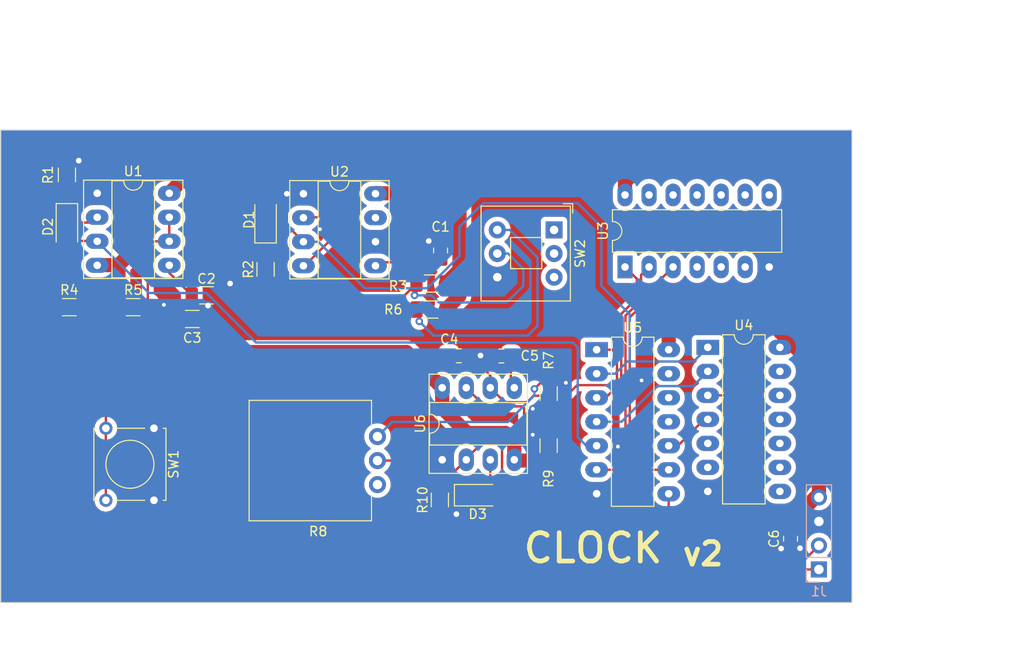
<source format=kicad_pcb>
(kicad_pcb (version 20221018) (generator pcbnew)
  (title_block (title "Clock") (date "2024-05-17") (rev "1"))
  (layers (0 "F.Cu" signal) (31 "B.Cu" signal) (34 "B.Paste" user) (35 "F.Paste" user) (36 "B.SilkS" user "B.Silkscreen") (37 "F.SilkS" user "F.Silkscreen") (38 "B.Mask" user) (39 "F.Mask" user) (44 "Edge.Cuts" user))
  (net 0 "")
  (net 1 "GND")
  (net 2 "Net-(U1-CONT)")
  (net 3 "Net-(U2-CONT)")
  (net 4 "Net-(U6-THRES)")
  (net 5 "Net-(U6-CONT)")
  (net 6 "Net-(D1-K)")
  (net 7 "/Clock Logic/Out")
  (net 8 "Net-(D2-K)")
  (net 9 "Net-(SW2-A)")
  (net 10 "Net-(D3-K)")
  (net 11 "Vcc")
  (net 12 "HLT")
  (net 13 "Net-(U1-DISCH)")
  (net 14 "Net-(U1-TRIG)")
  (net 15 "Net-(SW2-C)")
  (net 16 "Net-(U6-DISCH)")
  (net 18 "Net-(U4-Pad2)")
  (net 21 "Net-(U4-Pad4)")
  (net 27 "Net-(R7-Pad2)")
  (net 29 "Net-(U3-Pad1)")
  (net 30 "/Clock Selector/Clock 1")
  (net 31 "/Clock Selector/Clock 2")
  (net 32 "Net-(U3-Pad2)")
  (net 33 "Net-(U3-Pad3)")
  (net 43 "Clock")
  (footprint "DIP Socket:DIP-8_W7.62mm_Socket_LongPads" (layer "F.Cu") (at 164 84.75)
    (fp_text reference "U2" (at 3.81 -2.33) (layer "F.SilkS"))
    (fp_text value "~")
    (pad "1" thru_hole rect (at 0 0) (size 2.4 1.6) (drill 0.8) (layers "*.Cu" "*.Mask") (net 1 "GND"))
    (pad "2" thru_hole oval (at 0 2.54) (size 2.4 1.6) (drill 0.8) (layers "*.Cu" "*.Mask") (net 9 "Net-(SW2-A)"))
    (pad "3" thru_hole oval (at 0 5.08) (size 2.4 1.6) (drill 0.8) (layers "*.Cu" "*.Mask") (net 7 "/Clock Logic/Out"))
    (pad "4" thru_hole oval (at 0 7.62) (size 2.4 1.6) (drill 0.8) (layers "*.Cu" "*.Mask") (net 15 "Net-(SW2-C)"))
    (pad "5" thru_hole oval (at 7.62 7.62) (size 2.4 1.6) (drill 0.8) (layers "*.Cu" "*.Mask") (net 3 "Net-(U2-CONT)"))
    (pad "6" thru_hole oval (at 7.62 5.08) (size 2.4 1.6) (drill 0.8) (layers "*.Cu" "*.Mask") (net 1 "GND"))
    (pad "7" thru_hole oval (at 7.62 2.54) (size 2.4 1.6) (drill 0.8) (layers "*.Cu" "*.Mask"))
    (pad "8" thru_hole oval (at 7.62 0) (size 2.4 1.6) (drill 0.8) (layers "*.Cu" "*.Mask") (net 11 "Vcc"))
  )
  (footprint "Potentiometer_THT:Potentiometer_Vishay_248GJ-249GJ_Single_Vertical" (layer "F.Cu") (at 171.83 110.44 180)
    (fp_text reference "R8" (at 6.275 -10.04 180) (layer "F.SilkS"))
    (fp_text value "0-1M")
    (pad "1" thru_hole circle (at 0 0 180) (size 1.8 1.8) (drill 1) (layers "*.Cu" "*.Mask") (net 27 "Net-(R7-Pad2)"))
    (pad "2" thru_hole circle (at 0 -2.54 180) (size 1.8 1.8) (drill 1) (layers "*.Cu" "*.Mask") (net 4 "Net-(U6-THRES)"))
    (pad "3" thru_hole circle (at 0 -5.08 180) (size 1.8 1.8) (drill 1) (layers "*.Cu" "*.Mask"))
  )
  (footprint "DIP Socket:DIP-8_W7.62mm_Socket_LongPads" (layer "F.Cu") (at 142.2 84.7)
    (fp_text reference "U1" (at 3.81 -2.33) (layer "F.SilkS"))
    (fp_text value "~")
    (pad "1" thru_hole rect (at 0 0) (size 2.4 1.6) (drill 0.8) (layers "*.Cu" "*.Mask") (net 1 "GND"))
    (pad "2" thru_hole oval (at 0 2.54) (size 2.4 1.6) (drill 0.8) (layers "*.Cu" "*.Mask") (net 14 "Net-(U1-TRIG)"))
    (pad "3" thru_hole oval (at 0 5.08) (size 2.4 1.6) (drill 0.8) (layers "*.Cu" "*.Mask") (net 31 "/Clock Selector/Clock 2"))
    (pad "4" thru_hole oval (at 0 7.62) (size 2.4 1.6) (drill 0.8) (layers "*.Cu" "*.Mask") (net 11 "Vcc"))
    (pad "5" thru_hole oval (at 7.62 7.62) (size 2.4 1.6) (drill 0.8) (layers "*.Cu" "*.Mask") (net 2 "Net-(U1-CONT)"))
    (pad "6" thru_hole oval (at 7.62 5.08) (size 2.4 1.6) (drill 0.8) (layers "*.Cu" "*.Mask") (net 13 "Net-(U1-DISCH)"))
    (pad "7" thru_hole oval (at 7.62 2.54) (size 2.4 1.6) (drill 0.8) (layers "*.Cu" "*.Mask") (net 13 "Net-(U1-DISCH)"))
    (pad "8" thru_hole oval (at 7.62 0) (size 2.4 1.6) (drill 0.8) (layers "*.Cu" "*.Mask") (net 11 "Vcc"))
  )
  (footprint "Capacitor_SMD:C_0805_2012Metric_Pad1.18x1.45mm_HandSolder" (layer "F.Cu") (at 184.925 101.915)
    (fp_text reference "C5" (at 3 -0.02 180) (layer "F.SilkS"))
    (fp_text value "0.01u")
    (pad "1" smd roundrect (at -1.0375 0) (size 1.175 1.45) (layers "F.Cu" "F.Paste" "F.Mask") (roundrect_rratio 0.2127659574) (net 1 "GND"))
    (pad "2" smd roundrect (at 1.0375 0) (size 1.175 1.45) (layers "F.Cu" "F.Paste" "F.Mask") (roundrect_rratio 0.2127659574) (net 5 "Net-(U6-CONT)"))
  )
  (footprint "DIP Socket:DIP-14_W7.62mm_LongPads" (layer "F.Cu") (at 195 101.25)
    (fp_text reference "U5" (at 3.81 -2.33) (layer "F.SilkS"))
    (fp_text value "74LS08")
    (pad "1" thru_hole rect (at 0 0) (size 2.4 1.6) (drill 0.8) (layers "*.Cu" "*.Mask") (net 30 "/Clock Selector/Clock 1"))
    (pad "2" thru_hole oval (at 0 2.54) (size 2.4 1.6) (drill 0.8) (layers "*.Cu" "*.Mask") (net 7 "/Clock Logic/Out"))
    (pad "3" thru_hole oval (at 0 5.08) (size 2.4 1.6) (drill 0.8) (layers "*.Cu" "*.Mask") (net 29 "Net-(U3-Pad1)"))
    (pad "4" thru_hole oval (at 0 7.62) (size 2.4 1.6) (drill 0.8) (layers "*.Cu" "*.Mask") (net 18 "Net-(U4-Pad2)"))
    (pad "5" thru_hole oval (at 0 10.16) (size 2.4 1.6) (drill 0.8) (layers "*.Cu" "*.Mask") (net 31 "/Clock Selector/Clock 2"))
    (pad "6" thru_hole oval (at 0 12.7) (size 2.4 1.6) (drill 0.8) (layers "*.Cu" "*.Mask") (net 32 "Net-(U3-Pad2)"))
    (pad "7" thru_hole oval (at 0 15.24) (size 2.4 1.6) (drill 0.8) (layers "*.Cu" "*.Mask") (net 1 "GND"))
    (pad "8" thru_hole oval (at 7.62 15.24) (size 2.4 1.6) (drill 0.8) (layers "*.Cu" "*.Mask") (net 43 "Clock"))
    (pad "9" thru_hole oval (at 7.62 12.7) (size 2.4 1.6) (drill 0.8) (layers "*.Cu" "*.Mask") (net 33 "Net-(U3-Pad3)"))
    (pad "10" thru_hole oval (at 7.62 10.16) (size 2.4 1.6) (drill 0.8) (layers "*.Cu" "*.Mask") (net 21 "Net-(U4-Pad4)"))
    (pad "11" thru_hole oval (at 7.62 7.62) (size 2.4 1.6) (drill 0.8) (layers "*.Cu" "*.Mask"))
    (pad "12" thru_hole oval (at 7.62 5.08) (size 2.4 1.6) (drill 0.8) (layers "*.Cu" "*.Mask"))
    (pad "13" thru_hole oval (at 7.62 2.54) (size 2.4 1.6) (drill 0.8) (layers "*.Cu" "*.Mask"))
    (pad "14" thru_hole oval (at 7.62 0) (size 2.4 1.6) (drill 0.8) (layers "*.Cu" "*.Mask") (net 11 "Vcc"))
  )
  (footprint "Resistor_SMD:R_1206_3216Metric_Pad1.30x1.75mm_HandSolder" (layer "F.Cu") (at 153.75 95.5 180)
    (fp_text reference "C2" (at 0 1.75) (layer "F.SilkS"))
    (fp_text value "0.01u")
    (pad "1" smd roundrect (at -1.55 0 180) (size 1.3 1.75) (layers "F.Cu" "F.Paste" "F.Mask") (roundrect_rratio 0.1923076923) (net 1 "GND"))
    (pad "2" smd roundrect (at 1.55 0 180) (size 1.3 1.75) (layers "F.Cu" "F.Paste" "F.Mask") (roundrect_rratio 0.1923076923) (net 2 "Net-(U1-CONT)"))
  )
  (footprint "Resistor_SMD:R_1206_3216Metric_Pad1.30x1.75mm_HandSolder" (layer "F.Cu") (at 160 92.75 90)
    (fp_text reference "R2" (at 0 -1.82 90) (layer "F.SilkS"))
    (fp_text value "220")
    (pad "1" smd roundrect (at -1.55 0 90) (size 1.3 1.75) (layers "F.Cu" "F.Paste" "F.Mask") (roundrect_rratio 0.1923076923) (net 1 "GND"))
    (pad "2" smd roundrect (at 1.55 0 90) (size 1.3 1.75) (layers "F.Cu" "F.Paste" "F.Mask") (roundrect_rratio 0.1923076923) (net 6 "Net-(D1-K)"))
  )
  (footprint "Resistor_SMD:R_1206_3216Metric_Pad1.30x1.75mm_HandSolder" (layer "F.Cu") (at 146 96.75)
    (fp_text reference "R5" (at 0 -1.82) (layer "F.SilkS"))
    (fp_text value "1M")
    (pad "1" smd roundrect (at -1.55 0) (size 1.3 1.75) (layers "F.Cu" "F.Paste" "F.Mask") (roundrect_rratio 0.1923076923) (net 11 "Vcc"))
    (pad "2" smd roundrect (at 1.55 0) (size 1.3 1.75) (layers "F.Cu" "F.Paste" "F.Mask") (roundrect_rratio 0.1923076923) (net 13 "Net-(U1-DISCH)"))
  )
  (footprint "Resistor_SMD:R_1206_3216Metric_Pad1.30x1.75mm_HandSolder" (layer "F.Cu") (at 189.925 105.895 90)
    (fp_text reference "R7" (at 3.5 0 90) (layer "F.SilkS"))
    (fp_text value "1k")
    (pad "1" smd roundrect (at -1.55 0 90) (size 1.3 1.75) (layers "F.Cu" "F.Paste" "F.Mask") (roundrect_rratio 0.1923076923) (net 16 "Net-(U6-DISCH)"))
    (pad "2" smd roundrect (at 1.55 0 90) (size 1.3 1.75) (layers "F.Cu" "F.Paste" "F.Mask") (roundrect_rratio 0.1923076923) (net 27 "Net-(R7-Pad2)"))
  )
  (footprint "Capacitor_SMD:C_0805_2012Metric_Pad1.18x1.45mm_HandSolder" (layer "F.Cu") (at 180.425 101.895 180)
    (fp_text reference "C4" (at 1 1.75) (layer "F.SilkS"))
    (fp_text value "1u")
    (pad "1" smd roundrect (at -1.0375 0 180) (size 1.175 1.45) (layers "F.Cu" "F.Paste" "F.Mask") (roundrect_rratio 0.2127659574) (net 1 "GND"))
    (pad "2" smd roundrect (at 1.0375 0 180) (size 1.175 1.45) (layers "F.Cu" "F.Paste" "F.Mask") (roundrect_rratio 0.2127659574) (net 4 "Net-(U6-THRES)"))
  )
  (footprint "LED_SMD:LED_1206_3216Metric_Pad1.42x1.75mm_HandSolder" (layer "F.Cu") (at 182.425 116.645)
    (fp_text reference "D3" (at 0 2) (layer "F.SilkS"))
    (fp_text value "LED")
    (pad "1" smd roundrect (at -1.4875 0) (size 1.425 1.75) (layers "F.Cu" "F.Paste" "F.Mask") (roundrect_rratio 0.1754392982) (net 10 "Net-(D3-K)"))
    (pad "2" smd roundrect (at 1.4875 0) (size 1.425 1.75) (layers "F.Cu" "F.Paste" "F.Mask") (roundrect_rratio 0.1754392982) (net 30 "/Clock Selector/Clock 1"))
  )
  (footprint "Resistor_SMD:R_1206_3216Metric_Pad1.30x1.75mm_HandSolder" (layer "F.Cu") (at 152.25 98 180)
    (fp_text reference "C3" (at 0 -2) (layer "F.SilkS"))
    (fp_text value "0.1u")
    (pad "1" smd roundrect (at -1.55 0 180) (size 1.3 1.75) (layers "F.Cu" "F.Paste" "F.Mask") (roundrect_rratio 0.1923076923) (net 1 "GND"))
    (pad "2" smd roundrect (at 1.55 0 180) (size 1.3 1.75) (layers "F.Cu" "F.Paste" "F.Mask") (roundrect_rratio 0.1923076923) (net 13 "Net-(U1-DISCH)"))
  )
  (footprint "LED_SMD:LED_1206_3216Metric_Pad1.42x1.75mm_HandSolder" (layer "F.Cu") (at 139 88.25 -90)
    (fp_text reference "D2" (at 0 2 90) (layer "F.SilkS"))
    (fp_text value "LED")
    (pad "1" smd roundrect (at -1.4875 0 270) (size 1.425 1.75) (layers "F.Cu" "F.Paste" "F.Mask") (roundrect_rratio 0.1754392982) (net 8 "Net-(D2-K)"))
    (pad "2" smd roundrect (at 1.4875 0 270) (size 1.425 1.75) (layers "F.Cu" "F.Paste" "F.Mask") (roundrect_rratio 0.1754392982) (net 31 "/Clock Selector/Clock 2"))
  )
  (footprint "DIP Socket:DIP-8_W7.62mm_Socket_LongPads" (layer "F.Cu") (at 178.675 112.895 90)
    (fp_text reference "U6" (at 3.81 -2.33 90) (layer "F.SilkS"))
    (fp_text value "~")
    (pad "1" thru_hole rect (at 0 0 90) (size 2.4 1.6) (drill 0.8) (layers "*.Cu" "*.Mask") (net 1 "GND"))
    (pad "2" thru_hole oval (at 0 2.54 90) (size 2.4 1.6) (drill 0.8) (layers "*.Cu" "*.Mask") (net 4 "Net-(U6-THRES)"))
    (pad "3" thru_hole oval (at 0 5.08 90) (size 2.4 1.6) (drill 0.8) (layers "*.Cu" "*.Mask") (net 30 "/Clock Selector/Clock 1"))
    (pad "4" thru_hole oval (at 0 7.62 90) (size 2.4 1.6) (drill 0.8) (layers "*.Cu" "*.Mask") (net 11 "Vcc"))
    (pad "5" thru_hole oval (at 7.62 7.62 90) (size 2.4 1.6) (drill 0.8) (layers "*.Cu" "*.Mask") (net 5 "Net-(U6-CONT)"))
    (pad "6" thru_hole oval (at 7.62 5.08 90) (size 2.4 1.6) (drill 0.8) (layers "*.Cu" "*.Mask") (net 4 "Net-(U6-THRES)"))
    (pad "7" thru_hole oval (at 7.62 2.54 90) (size 2.4 1.6) (drill 0.8) (layers "*.Cu" "*.Mask") (net 16 "Net-(U6-DISCH)"))
    (pad "8" thru_hole oval (at 7.62 0 90) (size 2.4 1.6) (drill 0.8) (layers "*.Cu" "*.Mask") (net 11 "Vcc"))
  )
  (footprint "Resistor_SMD:R_1206_3216Metric_Pad1.30x1.75mm_HandSolder" (layer "F.Cu") (at 139 82.75 -90)
    (fp_text reference "R1" (at 0 2 90) (layer "F.SilkS"))
    (fp_text value "220")
    (pad "1" smd roundrect (at -1.55 0 270) (size 1.3 1.75) (layers "F.Cu" "F.Paste" "F.Mask") (roundrect_rratio 0.1923076923) (net 1 "GND"))
    (pad "2" smd roundrect (at 1.55 0 270) (size 1.3 1.75) (layers "F.Cu" "F.Paste" "F.Mask") (roundrect_rratio 0.1923076923) (net 8 "Net-(D2-K)"))
  )
  (footprint "Capacitor_SMD:C_0805_2012Metric_Pad1.18x1.45mm_HandSolder" (layer "F.Cu") (at 215.5 121.25 -90)
    (fp_text reference "C6" (at 0 1.75 90) (layer "F.SilkS"))
    (fp_text value "0.1u")
    (pad "1" smd roundrect (at -1.0375 0 270) (size 1.175 1.45) (layers "F.Cu" "F.Paste" "F.Mask") (roundrect_rratio 0.2127659574) (net 11 "Vcc"))
    (pad "2" smd roundrect (at 1.0375 0 270) (size 1.175 1.45) (layers "F.Cu" "F.Paste" "F.Mask") (roundrect_rratio 0.2127659574) (net 1 "GND"))
  )
  (footprint "Resistor_SMD:R_1206_3216Metric_Pad1.30x1.75mm_HandSolder" (layer "F.Cu") (at 139.25 96.75)
    (fp_text reference "R4" (at 0 -1.82) (layer "F.SilkS"))
    (fp_text value "1k")
    (pad "1" smd roundrect (at -1.55 0) (size 1.3 1.75) (layers "F.Cu" "F.Paste" "F.Mask") (roundrect_rratio 0.1923076923) (net 14 "Net-(U1-TRIG)"))
    (pad "2" smd roundrect (at 1.55 0) (size 1.3 1.75) (layers "F.Cu" "F.Paste" "F.Mask") (roundrect_rratio 0.1923076923) (net 11 "Vcc"))
  )
  (footprint "Resistor_SMD:R_1206_3216Metric_Pad1.30x1.75mm_HandSolder" (layer "F.Cu") (at 177.5 97 180)
    (fp_text reference "R6" (at 4 0) (layer "F.SilkS"))
    (fp_text value "1k")
    (pad "1" smd roundrect (at -1.55 0 180) (size 1.3 1.75) (layers "F.Cu" "F.Paste" "F.Mask") (roundrect_rratio 0.1923076923) (net 11 "Vcc"))
    (pad "2" smd roundrect (at 1.55 0 180) (size 1.3 1.75) (layers "F.Cu" "F.Paste" "F.Mask") (roundrect_rratio 0.1923076923) (net 15 "Net-(SW2-C)"))
  )
  (footprint "Resistor_SMD:R_1206_3216Metric_Pad1.30x1.75mm_HandSolder" (layer "F.Cu") (at 189.925 111.395 90)
    (fp_text reference "R9" (at -3.5 0 90) (layer "F.SilkS"))
    (fp_text value "1k")
    (pad "1" smd roundrect (at -1.55 0 90) (size 1.3 1.75) (layers "F.Cu" "F.Paste" "F.Mask") (roundrect_rratio 0.1923076923) (net 11 "Vcc"))
    (pad "2" smd roundrect (at 1.55 0 90) (size 1.3 1.75) (layers "F.Cu" "F.Paste" "F.Mask") (roundrect_rratio 0.1923076923) (net 16 "Net-(U6-DISCH)"))
  )
  (footprint "LED_SMD:LED_1206_3216Metric_Pad1.42x1.75mm_HandSolder" (layer "F.Cu") (at 160 87.5 90)
    (fp_text reference "D1" (at 0 -1.75 90) (layer "F.SilkS"))
    (fp_text value "LED")
    (pad "1" smd roundrect (at -1.4875 0 90) (size 1.425 1.75) (layers "F.Cu" "F.Paste" "F.Mask") (roundrect_rratio 0.1754392982) (net 6 "Net-(D1-K)"))
    (pad "2" smd roundrect (at 1.4875 0 90) (size 1.425 1.75) (layers "F.Cu" "F.Paste" "F.Mask") (roundrect_rratio 0.1754392982) (net 7 "/Clock Logic/Out"))
  )
  (footprint "DIP Socket:DIP-14_W7.62mm_LongPads" (layer "F.Cu") (at 206.75 101)
    (fp_text reference "U4" (at 3.81 -2.33) (layer "F.SilkS"))
    (fp_text value "74LS04")
    (pad "1" thru_hole rect (at 0 0) (size 2.4 1.6) (drill 0.8) (layers "*.Cu" "*.Mask") (net 7 "/Clock Logic/Out"))
    (pad "2" thru_hole oval (at 0 2.54) (size 2.4 1.6) (drill 0.8) (layers "*.Cu" "*.Mask") (net 18 "Net-(U4-Pad2)"))
    (pad "3" thru_hole oval (at 0 5.08) (size 2.4 1.6) (drill 0.8) (layers "*.Cu" "*.Mask") (net 12 "HLT"))
    (pad "4" thru_hole oval (at 0 7.62) (size 2.4 1.6) (drill 0.8) (layers "*.Cu" "*.Mask") (net 21 "Net-(U4-Pad4)"))
    (pad "5" thru_hole oval (at 0 10.16) (size 2.4 1.6) (drill 0.8) (layers "*.Cu" "*.Mask"))
    (pad "6" thru_hole oval (at 0 12.7) (size 2.4 1.6) (drill 0.8) (layers "*.Cu" "*.Mask"))
    (pad "7" thru_hole oval (at 0 15.24) (size 2.4 1.6) (drill 0.8) (layers "*.Cu" "*.Mask") (net 1 "GND"))
    (pad "8" thru_hole oval (at 7.62 15.24) (size 2.4 1.6) (drill 0.8) (layers "*.Cu" "*.Mask"))
    (pad "9" thru_hole oval (at 7.62 12.7) (size 2.4 1.6) (drill 0.8) (layers "*.Cu" "*.Mask"))
    (pad "10" thru_hole oval (at 7.62 10.16) (size 2.4 1.6) (drill 0.8) (layers "*.Cu" "*.Mask"))
    (pad "11" thru_hole oval (at 7.62 7.62) (size 2.4 1.6) (drill 0.8) (layers "*.Cu" "*.Mask"))
    (pad "12" thru_hole oval (at 7.62 5.08) (size 2.4 1.6) (drill 0.8) (layers "*.Cu" "*.Mask"))
    (pad "13" thru_hole oval (at 7.62 2.54) (size 2.4 1.6) (drill 0.8) (layers "*.Cu" "*.Mask"))
    (pad "14" thru_hole oval (at 7.62 0) (size 2.4 1.6) (drill 0.8) (layers "*.Cu" "*.Mask") (net 11 "Vcc"))
  )
  (footprint "DIP Socket:DIP-14_W7.62mm_LongPads" (layer "F.Cu") (at 198 92.5 90)
    (fp_text reference "U3" (at 3.81 -2.33 90) (layer "F.SilkS"))
    (fp_text value "74LS32")
    (pad "1" thru_hole rect (at 0 0 90) (size 2.4 1.6) (drill 0.8) (layers "*.Cu" "*.Mask") (net 29 "Net-(U3-Pad1)"))
    (pad "2" thru_hole oval (at 0 2.54 90) (size 2.4 1.6) (drill 0.8) (layers "*.Cu" "*.Mask") (net 32 "Net-(U3-Pad2)"))
    (pad "3" thru_hole oval (at 0 5.08 90) (size 2.4 1.6) (drill 0.8) (layers "*.Cu" "*.Mask") (net 33 "Net-(U3-Pad3)"))
    (pad "4" thru_hole oval (at 0 7.62 90) (size 2.4 1.6) (drill 0.8) (layers "*.Cu" "*.Mask"))
    (pad "5" thru_hole oval (at 0 10.16 90) (size 2.4 1.6) (drill 0.8) (layers "*.Cu" "*.Mask"))
    (pad "6" thru_hole oval (at 0 12.7 90) (size 2.4 1.6) (drill 0.8) (layers "*.Cu" "*.Mask"))
    (pad "7" thru_hole oval (at 0 15.24 90) (size 2.4 1.6) (drill 0.8) (layers "*.Cu" "*.Mask") (net 1 "GND"))
    (pad "8" thru_hole oval (at 7.62 15.24 90) (size 2.4 1.6) (drill 0.8) (layers "*.Cu" "*.Mask"))
    (pad "9" thru_hole oval (at 7.62 12.7 90) (size 2.4 1.6) (drill 0.8) (layers "*.Cu" "*.Mask"))
    (pad "10" thru_hole oval (at 7.62 10.16 90) (size 2.4 1.6) (drill 0.8) (layers "*.Cu" "*.Mask"))
    (pad "11" thru_hole oval (at 7.62 7.62 90) (size 2.4 1.6) (drill 0.8) (layers "*.Cu" "*.Mask"))
    (pad "12" thru_hole oval (at 7.62 5.08 90) (size 2.4 1.6) (drill 0.8) (layers "*.Cu" "*.Mask"))
    (pad "13" thru_hole oval (at 7.62 2.54 90) (size 2.4 1.6) (drill 0.8) (layers "*.Cu" "*.Mask"))
    (pad "14" thru_hole oval (at 7.62 0 90) (size 2.4 1.6) (drill 0.8) (layers "*.Cu" "*.Mask") (net 11 "Vcc"))
  )
  (footprint "Button_Switch_THT:SW_Tactile_Straight_KSL0Axx1LFTR" (layer "F.Cu") (at 148.2 109.56 -90)
    (fp_text reference "SW1" (at 3.81 -2.08 -90) (layer "F.SilkS"))
    (fp_text value "SW_Push")
    (pad "1" thru_hole circle (at 0 0 270) (size 1.397 1.397) (drill 0.8128) (layers "*.Cu" "*.Mask") (net 1 "GND"))
    (pad "1" thru_hole circle (at 7.62 0 270) (size 1.397 1.397) (drill 0.8128) (layers "*.Cu" "*.Mask") (net 1 "GND"))
    (pad "2" thru_hole circle (at 0 5.08 270) (size 1.397 1.397) (drill 0.8128) (layers "*.Cu" "*.Mask") (net 14 "Net-(U1-TRIG)"))
    (pad "2" thru_hole circle (at 7.62 5.08 270) (size 1.397 1.397) (drill 0.8128) (layers "*.Cu" "*.Mask") (net 14 "Net-(U1-TRIG)"))
  )
  (footprint "Resistor_SMD:R_1206_3216Metric_Pad1.30x1.75mm_HandSolder" (layer "F.Cu") (at 178.425 117.145 90)
    (fp_text reference "R10" (at 0 -1.82 90) (layer "F.SilkS"))
    (fp_text value "220")
    (pad "1" smd roundrect (at -1.55 0 90) (size 1.3 1.75) (layers "F.Cu" "F.Paste" "F.Mask") (roundrect_rratio 0.1923076923) (net 1 "GND"))
    (pad "2" smd roundrect (at 1.55 0 90) (size 1.3 1.75) (layers "F.Cu" "F.Paste" "F.Mask") (roundrect_rratio 0.1923076923) (net 10 "Net-(D3-K)"))
  )
  (footprint "Capacitor_SMD:C_0805_2012Metric_Pad1.18x1.45mm_HandSolder" (layer "F.Cu") (at 178.5 90.75 -90)
    (fp_text reference "C1" (at -2.5 0 -180) (layer "F.SilkS"))
    (fp_text value "0.01u")
    (pad "1" smd roundrect (at -1.0375 0 270) (size 1.175 1.45) (layers "F.Cu" "F.Paste" "F.Mask") (roundrect_rratio 0.2127659574) (net 1 "GND"))
    (pad "2" smd roundrect (at 1.0375 0 270) (size 1.175 1.45) (layers "F.Cu" "F.Paste" "F.Mask") (roundrect_rratio 0.2127659574) (net 3 "Net-(U2-CONT)"))
  )
  (footprint "Button_Switch_THT:SW_Push_2P2T_Toggle_CK_PVA2xxH1xxxxxxV2" (layer "F.Cu") (at 190.5 88.5775 -90)
    (fp_text reference "SW2" (at 2.5 -2.75 90) (layer "F.SilkS"))
    (fp_text value "SW_Push_SPDT")
    (pad "1" thru_hole rect (at 0 0 270) (size 1.8 1.8) (drill 0.9) (layers "*.Cu" "*.Mask"))
    (pad "2" thru_hole circle (at 2.5 0 270) (size 1.8 1.8) (drill 0.9) (layers "*.Cu" "*.Mask"))
    (pad "3" thru_hole circle (at 5 0 270) (size 1.8 1.8) (drill 0.9) (layers "*.Cu" "*.Mask"))
    (pad "4" thru_hole circle (at 0 6 270) (size 1.8 1.8) (drill 0.9) (layers "*.Cu" "*.Mask") (net 15 "Net-(SW2-C)"))
    (pad "5" thru_hole circle (at 2.5 6 270) (size 1.8 1.8) (drill 0.9) (layers "*.Cu" "*.Mask") (net 9 "Net-(SW2-A)"))
    (pad "6" thru_hole circle (at 5 6 270) (size 1.8 1.8) (drill 0.9) (layers "*.Cu" "*.Mask") (net 1 "GND"))
  )
  (footprint "Resistor_SMD:R_1206_3216Metric_Pad1.30x1.75mm_HandSolder" (layer "F.Cu") (at 177.5 94.25 180)
    (fp_text reference "R3" (at 3.5 -0.25) (layer "F.SilkS"))
    (fp_text value "1k")
    (pad "1" smd roundrect (at -1.55 0 180) (size 1.3 1.75) (layers "F.Cu" "F.Paste" "F.Mask") (roundrect_rratio 0.1923076923) (net 11 "Vcc"))
    (pad "2" smd roundrect (at 1.55 0 180) (size 1.3 1.75) (layers "F.Cu" "F.Paste" "F.Mask") (roundrect_rratio 0.1923076923) (net 9 "Net-(SW2-A)"))
  )
  (footprint "Connector_PinHeader_2.54mm:PinHeader_1x04_P2.54mm_Vertical" (layer "B.Cu") (at 218.5 124.5)
    (fp_text reference "J1" (at 0 2.33 180) (layer "B.SilkS") (effects (justify mirror)))
    (fp_text value "Conn_01x04")
    (pad "1" thru_hole rect (at 0 0) (size 1.7 1.7) (drill 1) (layers "*.Cu" "*.Mask") (net 43 "Clock"))
    (pad "2" thru_hole oval (at 0 -2.54) (size 1.7 1.7) (drill 1) (layers "*.Cu" "*.Mask") (net 12 "HLT"))
    (pad "3" thru_hole oval (at 0 -5.08) (size 1.7 1.7) (drill 1) (layers "*.Cu" "*.Mask") (net 1 "GND"))
    (pad "4" thru_hole oval (at 0 -7.62) (size 1.7 1.7) (drill 1) (layers "*.Cu" "*.Mask") (net 11 "Vcc"))
  )
  (gr_rect (start 132 78) (end 222 128) (stroke (width 0.1)) (fill none) (layer "Edge.Cuts"))
  (gr_text "CLOCK _{v2}" (at 187 124) (layer "F.SilkS") (effects (font (size 3 3) (thickness 0.5) bold) (justify left bottom)))
  (segment (start 153.91699 97.88301) (end 153.8 98) (width 1) (layer "F.Cu") (net 1))
  (segment (start 139 81.2) (end 140.2 81.2) (width 1) (layer "F.Cu") (net 1))
  (segment (start 156.25 94.25) (end 155.3 95.2) (width 1) (layer "F.Cu") (net 1))
  (segment (start 153.91699 96.58301) (end 153.91699 96.08301) (width 1) (layer "F.Cu") (net 1))
  (segment (start 215.5375 122.25) (end 215.5 122.2875) (width 1) (layer "F.Cu") (net 1))
  (segment (start 181.4825 101.915) (end 181.4625 101.895) (width 1) (layer "F.Cu") (net 1))
  (segment (start 178.4625 89.75) (end 178.5 89.7125) (width 1) (layer "F.Cu") (net 1))
  (segment (start 140.2 81.2) (end 140.25 81.25) (width 1) (layer "F.Cu") (net 1))
  (segment (start 177.25 89.75) (end 178.4625 89.75) (width 1) (layer "F.Cu") (net 1))
  (segment (start 171.67 89.78) (end 171.62 89.83) (width 1) (layer "F.Cu") (net 1))
  (segment (start 214.5 122.2875) (end 215.5 122.2875) (width 1) (layer "F.Cu") (net 1))
  (segment (start 164 84.75) (end 162.25 84.75) (width 1) (layer "F.Cu") (net 1))
  (segment (start 153.91699 96.08301) (end 154.5 95.5) (width 1) (layer "F.Cu") (net 1))
  (segment (start 216.5 122.25) (end 215.5375 122.25) (width 1) (layer "F.Cu") (net 1))
  (segment (start 159.95 94.25) (end 160 94.3) (width 1) (layer "F.Cu") (net 1))
  (segment (start 177.22 89.78) (end 171.67 89.78) (width 1) (layer "F.Cu") (net 1))
  (segment (start 156.25 94.25) (end 159.95 94.25) (width 1) (layer "F.Cu") (net 1))
  (segment (start 183.8875 101.915) (end 182.675 101.915) (width 1) (layer "F.Cu") (net 1))
  (segment (start 177.25 89.75) (end 177.22 89.78) (width 1) (layer "F.Cu") (net 1))
  (segment (start 154.5 95.5) (end 155.3 95.5) (width 1) (layer "F.Cu") (net 1))
  (segment (start 182.675 101.915) (end 181.4825 101.915) (width 1) (layer "F.Cu") (net 1))
  (segment (start 153.91699 96.58301) (end 153.91699 97.88301) (width 1) (layer "F.Cu") (net 1))
  (segment (start 178.425 118.695) (end 180.125 118.695) (width 1) (layer "F.Cu") (net 1))
  (segment (start 155.3 95.2) (end 155.3 95.5) (width 1) (layer "F.Cu") (net 1))
  (via (at 188.25 107.5) (size 0.8) (drill 0.4) (layers "F.Cu" "B.Cu") (net 1))
  (via (at 216.5 122.25) (size 1) (drill 0.6) (layers "F.Cu" "B.Cu") (net 1))
  (via (at 165.75 88.5) (size 0.8) (drill 0.4) (layers "F.Cu" "B.Cu") (net 1))
  (via (at 191.75 104.75) (size 0.8) (drill 0.4) (layers "F.Cu" "B.Cu") (net 1))
  (via (at 199.75 104.5) (size 0.8) (drill 0.4) (layers "F.Cu" "B.Cu") (net 1))
  (via (at 153.91699 96.58301) (size 1) (drill 0.6) (layers "F.Cu" "B.Cu") (net 1))
  (via (at 188.25 110.25) (size 0.8) (drill 0.4) (layers "F.Cu" "B.Cu") (net 1))
  (via (at 149.25 96.5) (size 0.8) (drill 0.4) (layers "F.Cu" "B.Cu") (net 1))
  (via (at 140.25 81.25) (size 1) (drill 0.6) (layers "F.Cu" "B.Cu") (net 1))
  (via (at 182.72301 101.86699) (size 1) (drill 0.6) (layers "F.Cu" "B.Cu") (net 1))
  (via (at 162.25 84.75) (size 1) (drill 0.6) (layers "F.Cu" "B.Cu") (net 1))
  (via (at 180.175 118.645) (size 1) (drill 0.6) (layers "F.Cu" "B.Cu") (net 1))
  (via (at 156.25 94.25) (size 1) (drill 0.6) (layers "F.Cu" "B.Cu") (net 1))
  (via (at 197.25 111.5) (size 0.8) (drill 0.4) (layers "F.Cu" "B.Cu") (net 1))
  (via (at 177.25 89.75) (size 1) (drill 0.6) (layers "F.Cu" "B.Cu") (net 1))
  (via (at 214.5 122.2875) (size 1) (drill 0.6) (layers "F.Cu" "B.Cu") (net 1))
  (segment (start 149.82 92.32) (end 149.82 93.12) (width 0.25) (layer "F.Cu") (net 2))
  (segment (start 149.82 93.12) (end 152.2 95.5) (width 0.25) (layer "F.Cu") (net 2))
  (segment (start 171.62 92.37) (end 171.99 92) (width 0.25) (layer "F.Cu") (net 3))
  (segment (start 178.2875 92) (end 178.5 91.7875) (width 0.25) (layer "F.Cu") (net 3))
  (segment (start 171.99 92) (end 178.2875 92) (width 0.25) (layer "F.Cu") (net 3))
  (segment (start 185 114.22) (end 185.675 114.895) (width 0.25) (layer "F.Cu") (net 4))
  (segment (start 191.175 106.605) (end 190.69 106.12) (width 0.25) (layer "F.Cu") (net 4))
  (segment (start 181.215 112.895) (end 181.215 112.785) (width 0.25) (layer "F.Cu") (net 4))
  (segment (start 182.859999 111.140001) (end 184.390001 111.140001) (width 0.25) (layer "F.Cu") (net 4))
  (segment (start 176.62 114.62) (end 179.49 114.62) (width 0.25) (layer "F.Cu") (net 4))
  (segment (start 183.175 103.395) (end 183.755 103.975) (width 0.25) (layer "F.Cu") (net 4))
  (segment (start 191.175 114.145) (end 191.175 106.605) (width 0.25) (layer "F.Cu") (net 4))
  (segment (start 184.390001 111.140001) (end 185 111.75) (width 0.25) (layer "F.Cu") (net 4))
  (segment (start 185 111.75) (end 185 114.22) (width 0.25) (layer "F.Cu") (net 4))
  (segment (start 190.425 114.895) (end 191.175 114.145) (width 0.25) (layer "F.Cu") (net 4))
  (segment (start 190.69 106.12) (end 188.325 106.12) (width 0.25) (layer "F.Cu") (net 4))
  (segment (start 181.215 112.785) (end 182.859999 111.140001) (width 0.25) (layer "F.Cu") (net 4))
  (segment (start 174.98 112.98) (end 176.62 114.62) (width 0.25) (layer "F.Cu") (net 4))
  (segment (start 179.3875 102.62625) (end 180.15625 103.395) (width 0.25) (layer "F.Cu") (net 4))
  (segment (start 187.645 106.8) (end 185.28 106.8) (width 0.25) (layer "F.Cu") (net 4))
  (segment (start 180.15625 103.395) (end 183.175 103.395) (width 0.25) (layer "F.Cu") (net 4))
  (segment (start 183.755 103.975) (end 183.755 105.275) (width 0.25) (layer "F.Cu") (net 4))
  (segment (start 171.83 112.98) (end 174.98 112.98) (width 0.25) (layer "F.Cu") (net 4))
  (segment (start 188.325 106.12) (end 187.645 106.8) (width 0.25) (layer "F.Cu") (net 4))
  (segment (start 185.675 114.895) (end 190.425 114.895) (width 0.25) (layer "F.Cu") (net 4))
  (segment (start 179.49 114.62) (end 181.215 112.895) (width 0.25) (layer "F.Cu") (net 4))
  (segment (start 179.3875 101.895) (end 179.3875 102.62625) (width 0.25) (layer "F.Cu") (net 4))
  (segment (start 185.28 106.8) (end 183.755 105.275) (width 0.25) (layer "F.Cu") (net 4))
  (segment (start 185.925 101.9525) (end 185.9625 101.915) (width 0.25) (layer "F.Cu") (net 5))
  (segment (start 185.925 104.905) (end 185.925 101.9525) (width 0.25) (layer "F.Cu") (net 5))
  (segment (start 186.295 105.275) (end 185.925 104.905) (width 0.25) (layer "F.Cu") (net 5))
  (segment (start 160.25 89.2375) (end 160 88.9875) (width 0.25) (layer "F.Cu") (net 6))
  (segment (start 160 91.2) (end 160.25 90.95) (width 0.25) (layer "F.Cu") (net 6))
  (segment (start 160.25 90.95) (end 160.25 89.2375) (width 0.25) (layer "F.Cu") (net 6))
  (segment (start 161.7625 86.0125) (end 162.25 86.5) (width 0.25) (layer "F.Cu") (net 7))
  (segment (start 160 86.0125) (end 161.7625 86.0125) (width 0.25) (layer "F.Cu") (net 7))
  (segment (start 162.25 88.08) (end 164 89.83) (width 0.25) (layer "F.Cu") (net 7))
  (segment (start 162.25 86.5) (end 162.25 88.08) (width 0.25) (layer "F.Cu") (net 7))
  (segment (start 162.92 89.83) (end 164 89.83) (width 0.25) (layer "F.Cu") (net 7))
  (segment (start 193 85.75) (end 195.5 88.25) (width 0.25) (layer "B.Cu") (net 7))
  (segment (start 177.075 94.75) (end 180.5 91.325) (width 0.25) (layer "B.Cu") (net 7))
  (segment (start 165.58 89.83) (end 170.5 94.75) (width 0.25) (layer "B.Cu") (net 7))
  (segment (start 183 85.75) (end 193 85.75) (width 0.25) (layer "B.Cu") (net 7))
  (segment (start 195.5 94.5) (end 198.5 97.5) (width 0.25) (layer "B.Cu") (net 7))
  (segment (start 170.5 94.75) (end 177.075 94.75) (width 0.25) (layer "B.Cu") (net 7))
  (segment (start 164 89.83) (end 165.58 89.83) (width 0.25) (layer "B.Cu") (net 7))
  (segment (start 180.5 91.325) (end 180.5 88.25) (width 0.25) (layer "B.Cu") (net 7))
  (segment (start 195.5 88.25) (end 195.5 94.5) (width 0.25) (layer "B.Cu") (net 7))
  (segment (start 198.25 102.5) (end 198.5 102.5) (width 0.25) (layer "B.Cu") (net 7))
  (segment (start 205.25 102.5) (end 206.75 101) (width 0.25) (layer "B.Cu") (net 7))
  (segment (start 180.5 88.25) (end 183 85.75) (width 0.25) (layer "B.Cu") (net 7))
  (segment (start 198.5 102.5) (end 205.25 102.5) (width 0.25) (layer "B.Cu") (net 7))
  (segment (start 198.5 97.5) (end 198.5 102.5) (width 0.25) (layer "B.Cu") (net 7))
  (segment (start 195 103.79) (end 196.96 103.79) (width 0.25) (layer "B.Cu") (net 7))
  (segment (start 196.96 103.79) (end 198.25 102.5) (width 0.25) (layer "B.Cu") (net 7))
  (segment (start 139 86.7625) (end 139 84.3) (width 0.25) (layer "F.Cu") (net 8))
  (segment (start 154.386396 92.75) (end 152.2 90.563604) (width 0.25) (layer "F.Cu") (net 9))
  (segment (start 163.863604 95.75) (end 161.65 93.536396) (width 0.25) (layer "F.Cu") (net 9))
  (segment (start 152.2 84.456676) (end 153.881676 82.775) (width 0.25) (layer "F.Cu") (net 9))
  (segment (start 166.25 86.5) (end 165.51 87.24) (width 0.25) (layer "F.Cu") (net 9))
  (segment (start 175.75 95.5) (end 175.95 95.3) (width 0.25) (layer "F.Cu") (net 9))
  (segment (start 161.65 93.536396) (end 161.65 93.468504) (width 0.25) (layer "F.Cu") (net 9))
  (segment (start 175.95 95.3) (end 175.95 94.25) (width 0.25) (layer "F.Cu") (net 9))
  (segment (start 175.95 94.25) (end 174.45 95.75) (width 0.25) (layer "F.Cu") (net 9))
  (segment (start 161.65 93.468504) (end 160.931496 92.75) (width 0.25) (layer "F.Cu") (net 9))
  (segment (start 164.05 87.24) (end 164 87.29) (width 0.25) (layer "F.Cu") (net 9))
  (segment (start 166.25 83.75) (end 166.25 86.5) (width 0.25) (layer "F.Cu") (net 9))
  (segment (start 165.275 82.775) (end 166.25 83.75) (width 0.25) (layer "F.Cu") (net 9))
  (segment (start 165.51 87.24) (end 164.05 87.24) (width 0.25) (layer "F.Cu") (net 9))
  (segment (start 160.931496 92.75) (end 154.386396 92.75) (width 0.25) (layer "F.Cu") (net 9))
  (segment (start 174.45 95.75) (end 163.863604 95.75) (width 0.25) (layer "F.Cu") (net 9))
  (segment (start 153.881676 82.775) (end 165.275 82.775) (width 0.25) (layer "F.Cu") (net 9))
  (segment (start 152.2 90.563604) (end 152.2 84.456676) (width 0.25) (layer "F.Cu") (net 9))
  (via (at 175.75 95.5) (size 0.8) (drill 0.4) (layers "F.Cu" "B.Cu") (net 9))
  (segment (start 185.631192 91.0775) (end 184.5 91.0775) (width 0.25) (layer "B.Cu") (net 9))
  (segment (start 177.561396 95.5) (end 178.311396 96.25) (width 0.25) (layer "B.Cu") (net 9))
  (segment (start 175.75 95.5) (end 177.561396 95.5) (width 0.25) (layer "B.Cu") (net 9))
  (segment (start 185.5 96.25) (end 187.25 94.5) (width 0.25) (layer "B.Cu") (net 9))
  (segment (start 178.311396 96.25) (end 185.5 96.25) (width 0.25) (layer "B.Cu") (net 9))
  (segment (start 187.25 94.5) (end 187.25 92.696308) (width 0.25) (layer "B.Cu") (net 9))
  (segment (start 187.25 92.696308) (end 185.631192 91.0775) (width 0.25) (layer "B.Cu") (net 9))
  (segment (start 180.9375 116.645) (end 179.475 116.645) (width 0.25) (layer "F.Cu") (net 10))
  (segment (start 179.475 116.645) (end 178.425 115.595) (width 0.25) (layer "F.Cu") (net 10))
  (segment (start 202.62 101.25) (end 202.62 98.74) (width 1.5) (layer "F.Cu") (net 11))
  (segment (start 189.895 112.975) (end 189.925 112.945) (width 1.5) (layer "F.Cu") (net 11))
  (segment (start 215 101) (end 214.37 101) (width 1.5) (layer "F.Cu") (net 11))
  (segment (start 215.5 119.5) (end 218.12 116.88) (width 1.5) (layer "F.Cu") (net 11))
  (segment (start 149.82 84.68) (end 149.82 84.7) (width 1.5) (layer "F.Cu") (net 11))
  (segment (start 145.25 91.5) (end 145.25 83.75) (width 1.5) (layer "F.Cu") (net 11))
  (segment (start 144.45 95.3) (end 144.45 95.25) (width 1.5) (layer "F.Cu") (net 11))
  (segment (start 144.45 92.3) (end 145.25 91.5) (width 1.5) (layer "F.Cu") (net 11))
  (segment (start 174.9 101.5) (end 178.675 105.275) (width 1.5) (layer "F.Cu") (net 11))
  (segment (start 180.5 92.2) (end 180.5 95.55) (width 1.5) (layer "F.Cu") (net 11))
  (segment (start 215.5 100.5) (end 215 101) (width 1.5) (layer "F.Cu") (net 11))
  (segment (start 186.375 112.975) (end 189.895 112.975) (width 1.5) (layer "F.Cu") (net 11))
  (segment (start 218.5 103.5) (end 215.5 100.5) (width 1.5) (layer "F.Cu") (net 11))
  (segment (start 177.25 81.25) (end 153.25 81.25) (width 1.5) (layer "F.Cu") (net 11))
  (segment (start 202.62 98.74) (end 203.86 97.5) (width 1.5) (layer "F.Cu") (net 11))
  (segment (start 198 84.88) (end 198 83.5) (width 1.5) (layer "F.Cu") (net 11))
  (segment (start 218.5 82.75) (end 218.5 103.5) (width 1.5) (layer "F.Cu") (net 11))
  (segment (start 215.5 120.2125) (end 215.5 119.5) (width 1.5) (layer "F.Cu") (net 11))
  (segment (start 145.25 83.75) (end 147.75 81.25) (width 1.5) (layer "F.Cu") (net 11))
  (segment (start 144.45 96.75) (end 144.45 92.3) (width 1.5) (layer "F.Cu") (net 11))
  (segment (start 180.5 92.8) (end 179.05 94.25) (width 1.5) (layer "F.Cu") (net 11))
  (segment (start 147.75 81.25) (end 153.25 81.25) (width 1.5) (layer "F.Cu") (net 11))
  (segment (start 171.67 84.7) (end 171.62 84.75) (width 1.5) (layer "F.Cu") (net 11))
  (segment (start 203.86 97.5) (end 212.5 97.5) (width 1.5) (layer "F.Cu") (net 11))
  (segment (start 141.472353 96.776513) (end 142.973487 96.776513) (width 1.5) (layer "F.Cu") (net 11))
  (segment (start 144.45 92.3) (end 142.22 92.3) (width 1.5) (layer "F.Cu") (net 11))
  (segment (start 144.45 100.91) (end 145.04 101.5) (width 1.5) (layer "F.Cu") (net 11))
  (segment (start 186.295 112.895) (end 186.375 112.975) (width 1.5) (layer "F.Cu") (net 11))
  (segment (start 145.04 101.5) (end 174.9 101.5) (width 1.5) (layer "F.Cu") (net 11))
  (segment (start 142.973487 96.776513) (end 144.45 95.3) (width 1.5) (layer "F.Cu") (net 11))
  (segment (start 212.5 97.5) (end 215.5 100.5) (width 1.5) (layer "F.Cu") (net 11))
  (segment (start 144.45 96.75) (end 144.45 100.91) (width 1.5) (layer "F.Cu") (net 11))
  (segment (start 186.295 112.895) (end 186.295 110.995) (width 1.5) (layer "F.Cu") (net 11))
  (segment (start 218.12 116.88) (end 218.5 116.88) (width 1.5) (layer "F.Cu") (net 11))
  (segment (start 180.5 95.55) (end 179.05 97) (width 1.5) (layer "F.Cu") (net 11))
  (segment (start 180.5 92.2) (end 180.5 92.8) (width 1.5) (layer "F.Cu") (net 11))
  (segment (start 177.25 81.25) (end 173.8 84.7) (width 1.5) (layer "F.Cu") (net 11))
  (segment (start 178.675 107.425) (end 178.675 105.275) (width 1.5) (layer "F.Cu") (net 11))
  (segment (start 217 81.25) (end 218.5 82.75) (width 1.5) (layer "F.Cu") (net 11))
  (segment (start 200.25 81.25) (end 217 81.25) (width 1.5) (layer "F.Cu") (net 11))
  (segment (start 177.25 81.25) (end 200.25 81.25) (width 1.5) (layer "F.Cu") (net 11))
  (segment (start 186.295 110.995) (end 185.365 110.065) (width 1.5) (layer "F.Cu") (net 11))
  (segment (start 185.365 110.065) (end 181.315 110.065) (width 1.5) (layer "F.Cu") (net 11))
  (segment (start 153.25 81.25) (end 149.82 84.68) (width 1.5) (layer "F.Cu") (net 11))
  (segment (start 182.5 81.25) (end 180.5 83.25) (width 1.5) (layer "F.Cu") (net 11))
  (segment (start 180.5 83.25) (end 180.5 92.2) (width 1.5) (layer "F.Cu") (net 11))
  (segment (start 142.22 92.3) (end 142.2 92.32) (width 1.5) (layer "F.Cu") (net 11))
  (segment (start 218.5 116.88) (end 218.5 103.5) (width 1.5) (layer "F.Cu") (net 11))
  (segment (start 173.8 84.7) (end 171.67 84.7) (width 1.5) (layer "F.Cu") (net 11))
  (segment (start 181.315 110.065) (end 178.675 107.425) (width 1.5) (layer "F.Cu") (net 11))
  (segment (start 198 83.5) (end 200.25 81.25) (width 1.5) (layer "F.Cu") (net 11))
  (segment (start 211.75 107) (end 210.83 106.08) (width 0.25) (layer "F.Cu") (net 12))
  (segment (start 210.83 106.08) (end 206.75 106.08) (width 0.25) (layer "F.Cu") (net 12))
  (segment (start 216.46 124) (end 214 124) (width 0.25) (layer "F.Cu") (net 12))
  (segment (start 214 124) (end 211.75 121.75) (width 0.25) (layer "F.Cu") (net 12))
  (segment (start 211.75 121.75) (end 211.75 107) (width 0.25) (layer "F.Cu") (net 12))
  (segment (start 218.5 121.96) (end 216.46 124) (width 0.25) (layer "F.Cu") (net 12))
  (segment (start 147.55 90.45) (end 148.22 89.78) (width 0.25) (layer "F.Cu") (net 13))
  (segment (start 150.7 98) (end 148.8 98) (width 0.25) (layer "F.Cu") (net 13))
  (segment (start 149.82 89.78) (end 149.82 87.24) (width 0.25) (layer "F.Cu") (net 13))
  (segment (start 148.8 98) (end 147.55 96.75) (width 0.25) (layer "F.Cu") (net 13))
  (segment (start 148.22 89.78) (end 149.82 89.78) (width 0.25) (layer "F.Cu") (net 13))
  (segment (start 147.55 96.75) (end 147.55 90.45) (width 0.25) (layer "F.Cu") (net 13))
  (segment (start 137.7 96.75) (end 137.7 89.1299) (width 0.25) (layer "F.Cu") (net 14))
  (segment (start 143.112323 109.567677) (end 143.12 109.56) (width 0.25) (layer "F.Cu") (net 14))
  (segment (start 141.64 87.8) (end 142.2 87.24) (width 0.25) (layer "F.Cu") (net 14))
  (segment (start 143.12 106.62) (end 137.7 101.2) (width 0.25) (layer "F.Cu") (net 14))
  (segment (start 143.112323 117.172323) (end 143.112323 109.567677) (width 0.25) (layer "F.Cu") (net 14))
  (segment (start 143.12 117.18) (end 143.112323 117.172323) (width 0.25) (layer "F.Cu") (net 14))
  (segment (start 139.0299 87.8) (end 141.64 87.8) (width 0.25) (layer "F.Cu") (net 14))
  (segment (start 137.7 89.1299) (end 139.0299 87.8) (width 0.25) (layer "F.Cu") (net 14))
  (segment (start 137.7 101.2) (end 137.7 96.75) (width 0.25) (layer "F.Cu") (net 14))
  (segment (start 143.12 109.56) (end 143.12 106.62) (width 0.25) (layer "F.Cu") (net 14))
  (segment (start 176.25 98.25) (end 176.25 97.3) (width 0.25) (layer "F.Cu") (net 15))
  (segment (start 161.2 93.722792) (end 161.2 93.6549) (width 0.25) (layer "F.Cu") (net 15))
  (segment (start 153.69528 82.325) (end 165.461396 82.325) (width 0.25) (layer "F.Cu") (net 15))
  (segment (start 151.75 90.75) (end 151.75 84.27028) (width 0.25) (layer "F.Cu") (net 15))
  (segment (start 151.75 84.27028) (end 153.69528 82.325) (width 0.25) (layer "F.Cu") (net 15))
  (segment (start 176.25 97.3) (end 175.95 97) (width 0.25) (layer "F.Cu") (net 15))
  (segment (start 173.75 97) (end 172.95 96.2) (width 0.25) (layer "F.Cu") (net 15))
  (segment (start 154.25 93.25) (end 151.75 90.75) (width 0.25) (layer "F.Cu") (net 15))
  (segment (start 166.7 83.563604) (end 166.7 89.8) (width 0.25) (layer "F.Cu") (net 15))
  (segment (start 172.95 96.2) (end 163.677208 96.2) (width 0.25) (layer "F.Cu") (net 15))
  (segment (start 166.7 89.8) (end 164.13 92.37) (width 0.25) (layer "F.Cu") (net 15))
  (segment (start 165.461396 82.325) (end 166.7 83.563604) (width 0.25) (layer "F.Cu") (net 15))
  (segment (start 160.7951 93.25) (end 154.25 93.25) (width 0.25) (layer "F.Cu") (net 15))
  (segment (start 164.13 92.37) (end 164 92.37) (width 0.25) (layer "F.Cu") (net 15))
  (segment (start 163.677208 96.2) (end 161.2 93.722792) (width 0.25) (layer "F.Cu") (net 15))
  (segment (start 175.95 97) (end 173.75 97) (width 0.25) (layer "F.Cu") (net 15))
  (segment (start 161.2 93.6549) (end 160.7951 93.25) (width 0.25) (layer "F.Cu") (net 15))
  (via (at 176.25 98.25) (size 0.8) (drill 0.4) (layers "F.Cu" "B.Cu") (net 15))
  (segment (start 188.75 91.5) (end 185.8275 88.5775) (width 0.25) (layer "B.Cu") (net 15))
  (segment (start 188 99.474695) (end 188.75 98.724695) (width 0.25) (layer "B.Cu") (net 15))
  (segment (start 188.75 98.724695) (end 188.75 91.5) (width 0.25) (layer "B.Cu") (net 15))
  (segment (start 176.25 98.25) (end 177.75 99.75) (width 0.25) (layer "B.Cu") (net 15))
  (segment (start 188 99.5) (end 188 99.474695) (width 0.25) (layer "B.Cu") (net 15))
  (segment (start 187.75 99.75) (end 188 99.5) (width 0.25) (layer "B.Cu") (net 15))
  (segment (start 177.75 99.75) (end 187.75 99.75) (width 0.25) (layer "B.Cu") (net 15))
  (segment (start 185.8275 88.5775) (end 184.5 88.5775) (width 0.25) (layer "B.Cu") (net 15))
  (segment (start 189.069999 108.989999) (end 187.593605 108.989999) (width 0.25) (layer "F.Cu") (net 16))
  (segment (start 187.593605 108.989999) (end 187.330001 108.726395) (width 0.25) (layer "F.Cu") (net 16))
  (segment (start 187.330001 107.436397) (end 187.143604 107.25) (width 0.25) (layer "F.Cu") (net 16))
  (segment (start 187.330001 108.726395) (end 187.330001 107.436397) (width 0.25) (layer "F.Cu") (net 16))
  (segment (start 189.925 109.845) (end 189.069999 108.989999) (width 0.25) (layer "F.Cu") (net 16))
  (segment (start 183.19 107.25) (end 181.215 105.275) (width 0.25) (layer "F.Cu") (net 16))
  (segment (start 187.143604 107.25) (end 183.19 107.25) (width 0.25) (layer "F.Cu") (net 16))
  (segment (start 189.925 109.845) (end 189.925 107.445) (width 0.25) (layer "F.Cu") (net 16))
  (segment (start 201.400216 105.099784) (end 205.190216 105.099784) (width 0.25) (layer "B.Cu") (net 18))
  (segment (start 205.190216 105.099784) (end 206.75 103.54) (width 0.25) (layer "B.Cu") (net 18))
  (segment (start 195 108.87) (end 197.63 108.87) (width 0.25) (layer "B.Cu") (net 18))
  (segment (start 197.63 108.87) (end 201.400216 105.099784) (width 0.25) (layer "B.Cu") (net 18))
  (segment (start 206.38 108.62) (end 206.75 108.62) (width 0.25) (layer "F.Cu") (net 21))
  (segment (start 203.59 111.41) (end 206.38 108.62) (width 0.25) (layer "F.Cu") (net 21))
  (segment (start 202.62 111.41) (end 203.59 111.41) (width 0.25) (layer "F.Cu") (net 21))
  (segment (start 189.475 104.345) (end 189.925 104.345) (width 0.25) (layer "F.Cu") (net 27))
  (segment (start 188.425 105.395) (end 189.475 104.345) (width 0.25) (layer "F.Cu") (net 27))
  (via (at 188.425 105.395) (size 0.8) (drill 0.4) (layers "F.Cu" "B.Cu") (net 27))
  (segment (start 188.425 106.075) (end 188.425 105.395) (width 0.25) (layer "B.Cu") (net 27))
  (segment (start 185.605 108.895) (end 188.425 106.075) (width 0.25) (layer "B.Cu") (net 27))
  (segment (start 173.375 108.895) (end 185.605 108.895) (width 0.25) (layer "B.Cu") (net 27))
  (segment (start 171.83 110.44) (end 173.375 108.895) (width 0.25) (layer "B.Cu") (net 27))
  (segment (start 199.25 95.813604) (end 199.25 93.75) (width 0.25) (layer "F.Cu") (net 29))
  (segment (start 197.6 104.686396) (end 197.6 97.463604) (width 0.25) (layer "F.Cu") (net 29))
  (segment (start 195 106.33) (end 195.956396 106.33) (width 0.25) (layer "F.Cu") (net 29))
  (segment (start 197.6 97.463604) (end 199.25 95.813604) (width 0.25) (layer "F.Cu") (net 29))
  (segment (start 195.956396 106.33) (end 197.6 104.686396) (width 0.25) (layer "F.Cu") (net 29))
  (segment (start 199.25 93.75) (end 198 92.5) (width 0.25) (layer "F.Cu") (net 29))
  (segment (start 183.9125 116.645) (end 183.755 116.4875) (width 0.25) (layer "F.Cu") (net 30))
  (segment (start 197.15 101.75) (end 197.15 104.5) (width 0.25) (layer "F.Cu") (net 30))
  (segment (start 197.15 104.5) (end 196.65 105) (width 0.25) (layer "F.Cu") (net 30))
  (segment (start 192.94 105) (end 191.625 106.315) (width 0.25) (layer "F.Cu") (net 30))
  (segment (start 183.755 116.4875) (end 183.755 112.895) (width 0.25) (layer "F.Cu") (net 30))
  (segment (start 196.65 101.25) (end 197.15 101.75) (width 0.25) (layer "F.Cu") (net 30))
  (segment (start 185.345 115.345) (end 184.045 116.645) (width 0.25) (layer "F.Cu") (net 30))
  (segment (start 191.625 106.315) (end 191.625 114.331396) (width 0.25) (layer "F.Cu") (net 30))
  (segment (start 191.625 114.331396) (end 190.611396 115.345) (width 0.25) (layer "F.Cu") (net 30))
  (segment (start 184.045 116.645) (end 183.9125 116.645) (width 0.25) (layer "F.Cu") (net 30))
  (segment (start 195 101.25) (end 196.65 101.25) (width 0.25) (layer "F.Cu") (net 30))
  (segment (start 190.611396 115.345) (end 185.345 115.345) (width 0.25) (layer "F.Cu") (net 30))
  (segment (start 196.65 105) (end 192.94 105) (width 0.25) (layer "F.Cu") (net 30))
  (segment (start 139 89.7375) (end 142.1575 89.7375) (width 0.25) (layer "F.Cu") (net 31))
  (segment (start 142.1575 89.7375) (end 142.2 89.78) (width 0.25) (layer "F.Cu") (net 31))
  (segment (start 193 101) (end 192.487299 100.487299) (width 0.25) (layer "B.Cu") (net 31))
  (segment (start 195 111.41) (end 193.91 111.41) (width 0.25) (layer "B.Cu") (net 31))
  (segment (start 147.67 95.25) (end 142.2 89.78) (width 0.25) (layer "B.Cu") (net 31))
  (segment (start 192.487299 100.487299) (end 158.987299 100.487299) (width 0.25) (layer "B.Cu") (net 31))
  (segment (start 193 110.5) (end 193 101) (width 0.25) (layer "B.Cu") (net 31))
  (segment (start 153.75 95.25) (end 147.67 95.25) (width 0.25) (layer "B.Cu") (net 31))
  (segment (start 158.987299 100.487299) (end 153.75 95.25) (width 0.25) (layer "B.Cu") (net 31))
  (segment (start 193.91 111.41) (end 193 110.5) (width 0.25) (layer "B.Cu") (net 31))
  (segment (start 197.05 113.95) (end 198.05 112.95) (width 0.25) (layer "F.Cu") (net 32))
  (segment (start 198.05 97.65) (end 199.7 96) (width 0.25) (layer "F.Cu") (net 32))
  (segment (start 195 113.95) (end 197.05 113.95) (width 0.25) (layer "F.Cu") (net 32))
  (segment (start 198.05 112.95) (end 198.05 97.65) (width 0.25) (layer "F.Cu") (net 32))
  (segment (start 199.7 96) (end 199.7 93.34) (width 0.25) (layer "F.Cu") (net 32))
  (segment (start 199.7 93.34) (end 200.54 92.5) (width 0.25) (layer "F.Cu") (net 32))
  (segment (start 199.7 113.95) (end 198.5 112.75) (width 0.25) (layer "F.Cu") (net 33))
  (segment (start 200.15 95.43) (end 203.08 92.5) (width 0.25) (layer "F.Cu") (net 33))
  (segment (start 202.62 113.95) (end 199.7 113.95) (width 0.25) (layer "F.Cu") (net 33))
  (segment (start 198.5 112.75) (end 198.5 97.836396) (width 0.25) (layer "F.Cu") (net 33))
  (segment (start 198.5 97.836396) (end 200.15 96.186396) (width 0.25) (layer "F.Cu") (net 33))
  (segment (start 200.15 96.186396) (end 200.15 95.43) (width 0.25) (layer "F.Cu") (net 33))
  (segment (start 202.62 118.37) (end 208.75 124.5) (width 0.25) (layer "F.Cu") (net 43))
  (segment (start 202.62 116.49) (end 202.62 118.37) (width 0.25) (layer "F.Cu") (net 43))
  (segment (start 208.75 124.5) (end 218.5 124.5) (width 0.25) (layer "F.Cu") (net 43))
  (zone (net 1) (net_name "GND") (layers "F&B.Cu") (connect_pads yes (clearance 0.5)) (min_thickness 0.25) (fill yes (thermal_gap 0.5) (thermal_bridge_width 0.5))
    (polygon (pts (xy 222 78) (xy 132 78) (xy 132 128) (xy 222 128)))
  )
)
</source>
